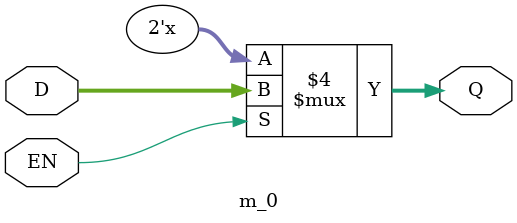
<source format=v>
module m_0 (D, EN, Q);

parameter WIDTH = 2;
parameter EN_POLARITY = 1'b1;

input EN;
input [WIDTH-1:0] D;
output reg [WIDTH-1:0] Q;

always @* begin
	if (EN == EN_POLARITY)
		Q = D;
end

endmodule

</source>
